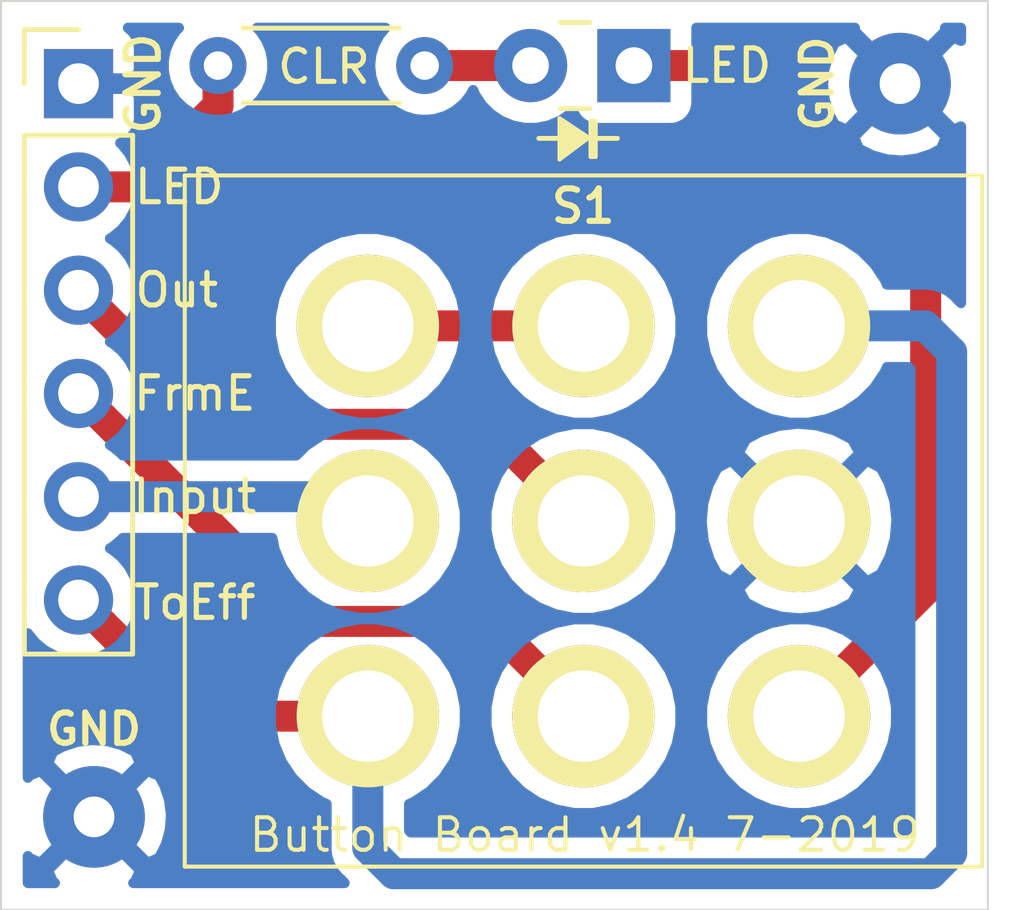
<source format=kicad_pcb>
(kicad_pcb (version 20171130) (host pcbnew "(5.1.2-1)-1")

  (general
    (thickness 1.6)
    (drawings 13)
    (tracks 36)
    (zones 0)
    (modules 6)
    (nets 10)
  )

  (page A4)
  (layers
    (0 F.Cu signal)
    (31 B.Cu signal)
    (32 B.Adhes user)
    (33 F.Adhes user)
    (34 B.Paste user)
    (35 F.Paste user)
    (36 B.SilkS user)
    (37 F.SilkS user)
    (38 B.Mask user)
    (39 F.Mask user)
    (40 Dwgs.User user hide)
    (41 Cmts.User user)
    (42 Eco1.User user hide)
    (43 Eco2.User user hide)
    (44 Edge.Cuts user)
    (45 Margin user)
    (46 B.CrtYd user hide)
    (47 F.CrtYd user hide)
    (48 B.Fab user hide)
    (49 F.Fab user hide)
  )

  (setup
    (last_trace_width 0.762)
    (user_trace_width 0.508)
    (user_trace_width 0.762)
    (trace_clearance 0.2)
    (zone_clearance 0.508)
    (zone_45_only no)
    (trace_min 0.2)
    (via_size 0.8)
    (via_drill 0.4)
    (via_min_size 0.4)
    (via_min_drill 0.3)
    (uvia_size 0.3)
    (uvia_drill 0.1)
    (uvias_allowed no)
    (uvia_min_size 0.2)
    (uvia_min_drill 0.1)
    (edge_width 0.05)
    (segment_width 0.2)
    (pcb_text_width 0.3)
    (pcb_text_size 1.5 1.5)
    (mod_edge_width 0.12)
    (mod_text_size 1 1)
    (mod_text_width 0.15)
    (pad_size 3.5 3.5)
    (pad_drill 2.25)
    (pad_to_mask_clearance 0.051)
    (solder_mask_min_width 0.25)
    (aux_axis_origin 0 0)
    (visible_elements FFFFFF7F)
    (pcbplotparams
      (layerselection 0x010f0_ffffffff)
      (usegerberextensions false)
      (usegerberattributes false)
      (usegerberadvancedattributes false)
      (creategerberjobfile false)
      (excludeedgelayer true)
      (linewidth 0.100000)
      (plotframeref false)
      (viasonmask false)
      (mode 1)
      (useauxorigin false)
      (hpglpennumber 1)
      (hpglpenspeed 20)
      (hpglpendiameter 15.000000)
      (psnegative false)
      (psa4output false)
      (plotreference true)
      (plotvalue true)
      (plotinvisibletext false)
      (padsonsilk false)
      (subtractmaskfromsilk false)
      (outputformat 1)
      (mirror false)
      (drillshape 0)
      (scaleselection 1)
      (outputdirectory "gerbers/"))
  )

  (net 0 "")
  (net 1 "Net-(D1-Pad2)")
  (net 2 "Net-(D1-Pad1)")
  (net 3 ToEffect)
  (net 4 Input)
  (net 5 FromEffect)
  (net 6 "Net-(J1-Pad2)")
  (net 7 GND)
  (net 8 Output)
  (net 9 "Net-(S1-Pad6)")

  (net_class Default "This is the default net class."
    (clearance 0.2)
    (trace_width 0.25)
    (via_dia 0.8)
    (via_drill 0.4)
    (uvia_dia 0.3)
    (uvia_drill 0.1)
    (add_net FromEffect)
    (add_net GND)
    (add_net Input)
    (add_net "Net-(D1-Pad1)")
    (add_net "Net-(D1-Pad2)")
    (add_net "Net-(J1-Pad2)")
    (add_net "Net-(S1-Pad6)")
    (add_net Output)
    (add_net ToEffect)
  )

  (module Connector_PinHeader_2.54mm:PinHeader_1x06_P2.54mm_Vertical (layer F.Cu) (tedit 59FED5CC) (tstamp 5CDE4AE9)
    (at 75.311 49.276)
    (descr "Through hole straight pin header, 1x06, 2.54mm pitch, single row")
    (tags "Through hole pin header THT 1x06 2.54mm single row")
    (path /5CDE179D)
    (fp_text reference J1 (at 0 -2.33) (layer F.SilkS) hide
      (effects (font (size 1 1) (thickness 0.15)))
    )
    (fp_text value GND (at 1.5875 0 90) (layer F.SilkS)
      (effects (font (size 0.8 0.8) (thickness 0.15)))
    )
    (fp_text user %R (at 0 6.35 90) (layer F.Fab) hide
      (effects (font (size 1 1) (thickness 0.15)))
    )
    (fp_line (start 1.8 -1.8) (end -1.8 -1.8) (layer F.CrtYd) (width 0.05))
    (fp_line (start 1.8 14.5) (end 1.8 -1.8) (layer F.CrtYd) (width 0.05))
    (fp_line (start -1.8 14.5) (end 1.8 14.5) (layer F.CrtYd) (width 0.05))
    (fp_line (start -1.8 -1.8) (end -1.8 14.5) (layer F.CrtYd) (width 0.05))
    (fp_line (start -1.33 -1.33) (end 0 -1.33) (layer F.SilkS) (width 0.12))
    (fp_line (start -1.33 0) (end -1.33 -1.33) (layer F.SilkS) (width 0.12))
    (fp_line (start -1.33 1.27) (end 1.33 1.27) (layer F.SilkS) (width 0.12))
    (fp_line (start 1.33 1.27) (end 1.33 14.03) (layer F.SilkS) (width 0.12))
    (fp_line (start -1.33 1.27) (end -1.33 14.03) (layer F.SilkS) (width 0.12))
    (fp_line (start -1.33 14.03) (end 1.33 14.03) (layer F.SilkS) (width 0.12))
    (fp_line (start -1.27 -0.635) (end -0.635 -1.27) (layer F.Fab) (width 0.1))
    (fp_line (start -1.27 13.97) (end -1.27 -0.635) (layer F.Fab) (width 0.1))
    (fp_line (start 1.27 13.97) (end -1.27 13.97) (layer F.Fab) (width 0.1))
    (fp_line (start 1.27 -1.27) (end 1.27 13.97) (layer F.Fab) (width 0.1))
    (fp_line (start -0.635 -1.27) (end 1.27 -1.27) (layer F.Fab) (width 0.1))
    (pad 6 thru_hole oval (at 0 12.7) (size 1.7 1.7) (drill 1) (layers *.Cu *.Mask)
      (net 3 ToEffect))
    (pad 5 thru_hole oval (at 0 10.16) (size 1.7 1.7) (drill 1) (layers *.Cu *.Mask)
      (net 4 Input))
    (pad 4 thru_hole oval (at 0 7.62) (size 1.7 1.7) (drill 1) (layers *.Cu *.Mask)
      (net 5 FromEffect))
    (pad 3 thru_hole oval (at 0 5.08) (size 1.7 1.7) (drill 1) (layers *.Cu *.Mask)
      (net 8 Output))
    (pad 2 thru_hole oval (at 0 2.54) (size 1.7 1.7) (drill 1) (layers *.Cu *.Mask)
      (net 6 "Net-(J1-Pad2)"))
    (pad 1 thru_hole rect (at 0 0) (size 1.7 1.7) (drill 1) (layers *.Cu *.Mask)
      (net 7 GND))
    (model ${KISYS3DMOD}/Connector_PinHeader_2.54mm.3dshapes/PinHeader_1x06_P2.54mm_Vertical.wrl
      (at (xyz 0 0 0))
      (scale (xyz 1 1 1))
      (rotate (xyz 0 0 0))
    )
  )

  (module Wire_Pads:SolderWirePad_single_1mmDrill (layer F.Cu) (tedit 0) (tstamp 5CF58ECC)
    (at 75.692 67.31)
    (path /5CF5505F)
    (fp_text reference GND (at 0 -2.159) (layer F.SilkS)
      (effects (font (size 0.75 0.75) (thickness 0.15)))
    )
    (fp_text value MountingHole_Pad (at -1.905 3.175) (layer F.Fab) hide
      (effects (font (size 1 1) (thickness 0.15)))
    )
    (pad 1 thru_hole circle (at 0 0) (size 2.49936 2.49936) (drill 1.00076) (layers *.Cu *.Mask)
      (net 7 GND))
  )

  (module Wire_Pads:SolderWirePad_single_1mmDrill (layer F.Cu) (tedit 0) (tstamp 5CF58EC9)
    (at 95.504 49.276)
    (path /5CF555B7)
    (fp_text reference GND (at -2.032 0 90) (layer F.SilkS)
      (effects (font (size 0.75 0.75) (thickness 0.15)))
    )
    (fp_text value MountingHole_Pad (at -1.905 3.175) (layer F.Fab) hide
      (effects (font (size 1 1) (thickness 0.15)))
    )
    (pad 1 thru_hole circle (at 0 0) (size 2.49936 2.49936) (drill 1.00076) (layers *.Cu *.Mask)
      (net 7 GND))
  )

  (module Footswitch:Footswitch_3PDT (layer F.Cu) (tedit 5D266253) (tstamp 5D041BBE)
    (at 87.723 60.0335)
    (path /5CDDE643)
    (fp_text reference S1 (at -0.0065 -7.7445) (layer F.SilkS)
      (effects (font (size 0.8 0.8) (thickness 0.15)))
    )
    (fp_text value SF17020F-0302-21R-L-015 (at 0 -12.192) (layer F.Fab) hide
      (effects (font (size 1 1) (thickness 0.15)))
    )
    (fp_line (start -9.8 -8.5) (end 9.8 -8.5) (layer Dwgs.User) (width 0.2))
    (fp_line (start 9.8 -8.5) (end 9.8 8.5) (layer Dwgs.User) (width 0.2))
    (fp_line (start 9.8 8.5) (end -9.8 8.5) (layer Dwgs.User) (width 0.2))
    (fp_line (start -9.8 8.5) (end -9.8 -8.5) (layer Dwgs.User) (width 0.2))
    (fp_line (start -9.8 -8.5) (end 9.8 -8.5) (layer F.SilkS) (width 0.1))
    (fp_line (start 9.8 -8.5) (end 9.8 8.5) (layer F.SilkS) (width 0.1))
    (fp_line (start 9.8 8.5) (end -9.8 8.5) (layer F.SilkS) (width 0.1))
    (fp_line (start -9.8 8.5) (end -9.8 -8.5) (layer F.SilkS) (width 0.1))
    (fp_line (start -10.8 -9.5) (end 10.8 -9.5) (layer Dwgs.User) (width 0.1))
    (fp_line (start 10.8 -9.5) (end 10.8 9.5) (layer Dwgs.User) (width 0.1))
    (fp_line (start 10.8 9.5) (end -10.8 9.5) (layer Dwgs.User) (width 0.1))
    (fp_line (start -10.8 9.5) (end -10.8 -9.5) (layer Dwgs.User) (width 0.1))
    (fp_text user S1 (at 0 10.668) (layer F.SilkS) hide
      (effects (font (size 1.27 1.27) (thickness 0.254)))
    )
    (fp_text user SF17020F-0302-21R-L-015 (at 0 -10.668) (layer F.SilkS) hide
      (effects (font (size 1.27 1.27) (thickness 0.254)))
    )
    (pad 9 thru_hole circle (at -5.3 -4.8 90) (size 3.5 3.5) (drill 2.25) (layers *.Cu *.Mask F.SilkS)
      (net 9 "Net-(S1-Pad6)"))
    (pad 8 thru_hole circle (at -5.3 0 90) (size 3.5 3.5) (drill 2.25) (layers *.Cu *.Mask F.SilkS)
      (net 4 Input))
    (pad 7 thru_hole circle (at -5.3 4.8 90) (size 3.5 3.5) (drill 2.25) (layers *.Cu *.Mask F.SilkS)
      (net 3 ToEffect))
    (pad 6 thru_hole circle (at 0 -4.8 90) (size 3.5 3.5) (drill 2.25) (layers *.Cu *.Mask F.SilkS)
      (net 9 "Net-(S1-Pad6)"))
    (pad 5 thru_hole circle (at 0 0 90) (size 3.5 3.5) (drill 2.25) (layers *.Cu *.Mask F.SilkS)
      (net 8 Output))
    (pad 4 thru_hole circle (at 0 4.8 90) (size 3.5 3.5) (drill 2.25) (layers *.Cu *.Mask F.SilkS)
      (net 5 FromEffect))
    (pad 3 thru_hole circle (at 5.3 -4.8 90) (size 3.5 3.5) (drill 2.25) (layers *.Cu *.Mask F.SilkS)
      (net 3 ToEffect))
    (pad 2 thru_hole circle (at 5.3 0 90) (size 3.5 3.5) (drill 2.25) (layers *.Cu *.Mask F.SilkS)
      (net 7 GND))
    (pad 1 thru_hole circle (at 5.3 4.8 90) (size 3.5 3.5) (drill 2.25) (layers *.Cu *.Mask F.SilkS)
      (net 2 "Net-(D1-Pad1)"))
  )

  (module LEDs:LED_Rectangular_W3.0mm_H2.0mm (layer F.Cu) (tedit 587A3A7B) (tstamp 5D1AB0AE)
    (at 88.9635 48.8315 180)
    (descr "LED_Rectangular, Rectangular,  Rectangular size 3.0x2.0mm^2, 2 pins, http://www.kingbright.com/attachments/file/psearch/000/00/00/L-169XCGDK(Ver.9B).pdf")
    (tags "LED_Rectangular Rectangular  Rectangular size 3.0x2.0mm^2 2 pins")
    (path /5CDE024C)
    (fp_text reference D1 (at 1.27 -2.06) (layer F.SilkS) hide
      (effects (font (size 1 1) (thickness 0.15)))
    )
    (fp_text value LED (at -2.286 0) (layer F.SilkS)
      (effects (font (size 0.8 0.8) (thickness 0.127)))
    )
    (fp_line (start 3.7 -1.35) (end -1.15 -1.35) (layer F.CrtYd) (width 0.05))
    (fp_line (start 3.7 1.35) (end 3.7 -1.35) (layer F.CrtYd) (width 0.05))
    (fp_line (start -1.15 1.35) (end 3.7 1.35) (layer F.CrtYd) (width 0.05))
    (fp_line (start -1.15 -1.35) (end -1.15 1.35) (layer F.CrtYd) (width 0.05))
    (fp_line (start 1.08 1.06) (end 1.811 1.06) (layer F.SilkS) (width 0.12))
    (fp_line (start 1.08 -1.06) (end 1.811 -1.06) (layer F.SilkS) (width 0.12))
    (fp_line (start 2.77 -1) (end -0.23 -1) (layer F.Fab) (width 0.1))
    (fp_line (start 2.77 1) (end 2.77 -1) (layer F.Fab) (width 0.1))
    (fp_line (start -0.23 1) (end 2.77 1) (layer F.Fab) (width 0.1))
    (fp_line (start -0.23 -1) (end -0.23 1) (layer F.Fab) (width 0.1))
    (pad 1 thru_hole rect (at 0 0 180) (size 1.8 1.8) (drill 0.9) (layers *.Cu *.Mask)
      (net 2 "Net-(D1-Pad1)"))
    (pad 2 thru_hole circle (at 2.54 0 180) (size 1.8 1.8) (drill 0.9) (layers *.Cu *.Mask)
      (net 1 "Net-(D1-Pad2)"))
    (model ${KISYS3DMOD}/LEDs.3dshapes/LED_Rectangular_W3.0mm_H2.0mm.wrl
      (at (xyz 0 0 0))
      (scale (xyz 0.393701 0.393701 0.393701))
      (rotate (xyz 0 0 0))
    )
  )

  (module Resistor_THT:R_Axial_DIN0204_L3.6mm_D1.6mm_P5.08mm_Horizontal (layer F.Cu) (tedit 5AE5139B) (tstamp 5CDE43F0)
    (at 78.74 48.8315)
    (descr "Resistor, Axial_DIN0204 series, Axial, Horizontal, pin pitch=5.08mm, 0.167W, length*diameter=3.6*1.6mm^2, http://cdn-reichelt.de/documents/datenblatt/B400/1_4W%23YAG.pdf")
    (tags "Resistor Axial_DIN0204 series Axial Horizontal pin pitch 5.08mm 0.167W length 3.6mm diameter 1.6mm")
    (path /5CDE095C)
    (fp_text reference CLR (at 2.6035 0.0254) (layer F.SilkS)
      (effects (font (size 0.8 0.8) (thickness 0.125)))
    )
    (fp_text value 1k (at 2.54 0) (layer F.SilkS) hide
      (effects (font (size 1 1) (thickness 0.15)))
    )
    (fp_line (start 0.74 -0.8) (end 0.74 0.8) (layer F.Fab) (width 0.1))
    (fp_line (start 0.74 0.8) (end 4.34 0.8) (layer F.Fab) (width 0.1))
    (fp_line (start 4.34 0.8) (end 4.34 -0.8) (layer F.Fab) (width 0.1))
    (fp_line (start 4.34 -0.8) (end 0.74 -0.8) (layer F.Fab) (width 0.1))
    (fp_line (start 0 0) (end 0.74 0) (layer F.Fab) (width 0.1))
    (fp_line (start 5.08 0) (end 4.34 0) (layer F.Fab) (width 0.1))
    (fp_line (start 0.62 -0.92) (end 4.46 -0.92) (layer F.SilkS) (width 0.12))
    (fp_line (start 0.62 0.92) (end 4.46 0.92) (layer F.SilkS) (width 0.12))
    (fp_line (start -0.95 -1.05) (end -0.95 1.05) (layer F.CrtYd) (width 0.05))
    (fp_line (start -0.95 1.05) (end 6.03 1.05) (layer F.CrtYd) (width 0.05))
    (fp_line (start 6.03 1.05) (end 6.03 -1.05) (layer F.CrtYd) (width 0.05))
    (fp_line (start 6.03 -1.05) (end -0.95 -1.05) (layer F.CrtYd) (width 0.05))
    (fp_text user %R (at 2.54 0) (layer F.Fab) hide
      (effects (font (size 0.72 0.72) (thickness 0.108)))
    )
    (pad 2 thru_hole oval (at 5.08 0) (size 1.4 1.4) (drill 0.7) (layers *.Cu *.Mask)
      (net 1 "Net-(D1-Pad2)"))
    (pad 1 thru_hole circle (at 0 0) (size 1.4 1.4) (drill 0.7) (layers *.Cu *.Mask)
      (net 6 "Net-(J1-Pad2)"))
    (model ${KISYS3DMOD}/Resistor_THT.3dshapes/R_Axial_DIN0204_L3.6mm_D1.6mm_P5.08mm_Horizontal.wrl
      (at (xyz 0 0 0))
      (scale (xyz 1 1 1))
      (rotate (xyz 0 0 0))
    )
  )

  (gr_text "Button Board v1.4 7-2019" (at 87.757 67.7545) (layer F.SilkS)
    (effects (font (size 0.8 0.8) (thickness 0.1)))
  )
  (gr_line (start 87.1347 50.6222) (end 86.6267 50.6222) (layer F.SilkS) (width 0.12) (tstamp 5CDF0F5A))
  (gr_line (start 88.5571 50.6222) (end 88.0491 50.6222) (layer F.SilkS) (width 0.12) (tstamp 5D1AB024))
  (gr_poly (pts (xy 88.0237 51.0794) (xy 88.0237 50.1904) (xy 87.8967 50.1904) (xy 87.8967 50.6349) (xy 87.1347 50.1269) (xy 87.1347 51.1429) (xy 87.8967 50.5714) (xy 87.8967 51.0794)) (layer F.SilkS) (width 0.1) (tstamp 5D1AB021))
  (gr_text LED (at 77.7875 51.816) (layer F.SilkS) (tstamp 5CDE5176)
    (effects (font (size 0.8 0.8) (thickness 0.127)))
  )
  (gr_text ToEff (at 78.1685 62.0395) (layer F.SilkS) (tstamp 5CDE50B7)
    (effects (font (size 0.8 0.8) (thickness 0.127)))
  )
  (gr_text Input (at 78.1685 59.436) (layer F.SilkS) (tstamp 5CDE509C)
    (effects (font (size 0.8 0.8) (thickness 0.127)))
  )
  (gr_text FrmE (at 78.1685 56.896) (layer F.SilkS) (tstamp 5CDE509A)
    (effects (font (size 0.8 0.8) (thickness 0.127)))
  )
  (gr_text Out (at 77.724 54.356) (layer F.SilkS)
    (effects (font (size 0.8 0.8) (thickness 0.127)))
  )
  (gr_line (start 73.406 47.244) (end 97.663 47.244) (layer Edge.Cuts) (width 0.05) (tstamp 5CDE463C))
  (gr_line (start 73.406 69.596) (end 73.406 47.244) (layer Edge.Cuts) (width 0.05))
  (gr_line (start 97.663 69.596) (end 73.406 69.596) (layer Edge.Cuts) (width 0.05))
  (gr_line (start 97.663 47.244) (end 97.663 69.596) (layer Edge.Cuts) (width 0.05))

  (segment (start 83.4644 48.895) (end 83.439 48.8696) (width 0.508) (layer F.Cu) (net 1))
  (segment (start 86.4362 48.8696) (end 86.4616 48.895) (width 0.508) (layer F.Cu) (net 1))
  (segment (start 83.82 48.8315) (end 86.4235 48.8315) (width 0.762) (layer F.Cu) (net 1))
  (segment (start 96.1345 61.722) (end 96.139 61.722) (width 0.762) (layer F.Cu) (net 2))
  (segment (start 93.023 64.8335) (end 96.1345 61.722) (width 0.762) (layer F.Cu) (net 2))
  (segment (start 96.1345 61.722) (end 96.1345 53.7165) (width 0.762) (layer F.Cu) (net 2))
  (segment (start 96.1345 53.7165) (end 91.6305 49.2125) (width 0.762) (layer F.Cu) (net 2))
  (segment (start 91.2495 48.8315) (end 88.9635 48.8315) (width 0.762) (layer F.Cu) (net 2))
  (segment (start 91.6305 49.2125) (end 91.2495 48.8315) (width 0.762) (layer F.Cu) (net 2))
  (segment (start 96.1275 55.2335) (end 93.023 55.2335) (width 0.762) (layer B.Cu) (net 3))
  (segment (start 96.774 55.88) (end 96.1275 55.2335) (width 0.762) (layer B.Cu) (net 3))
  (segment (start 96.774 68.199) (end 96.774 55.88) (width 0.762) (layer B.Cu) (net 3))
  (segment (start 96.266 68.707) (end 96.774 68.199) (width 0.762) (layer B.Cu) (net 3))
  (segment (start 83.058 68.707) (end 96.266 68.707) (width 0.762) (layer B.Cu) (net 3))
  (segment (start 82.423 68.072) (end 83.058 68.707) (width 0.762) (layer B.Cu) (net 3))
  (segment (start 82.423 64.8335) (end 82.423 68.072) (width 0.762) (layer B.Cu) (net 3))
  (segment (start 78.1685 64.8335) (end 75.311 61.976) (width 0.762) (layer F.Cu) (net 3))
  (segment (start 82.423 64.8335) (end 78.1685 64.8335) (width 0.762) (layer F.Cu) (net 3))
  (segment (start 81.8255 59.436) (end 82.423 60.0335) (width 0.762) (layer B.Cu) (net 4))
  (segment (start 75.311 59.436) (end 81.8255 59.436) (width 0.762) (layer B.Cu) (net 4))
  (segment (start 85.973001 63.083501) (end 87.723 64.8335) (width 0.762) (layer F.Cu) (net 5))
  (segment (start 85.391999 62.502499) (end 85.973001 63.083501) (width 0.762) (layer F.Cu) (net 5))
  (segment (start 80.917499 62.502499) (end 85.391999 62.502499) (width 0.762) (layer F.Cu) (net 5))
  (segment (start 75.311 56.896) (end 80.917499 62.502499) (width 0.762) (layer F.Cu) (net 5))
  (segment (start 75.184 51.276) (end 75.5462 51.276) (width 0.508) (layer F.Cu) (net 6))
  (segment (start 76.745449 51.816) (end 78.74 49.821449) (width 0.762) (layer F.Cu) (net 6))
  (segment (start 75.311 51.816) (end 76.745449 51.816) (width 0.762) (layer F.Cu) (net 6))
  (segment (start 78.74 48.8315) (end 78.74 49.821449) (width 0.762) (layer F.Cu) (net 6))
  (segment (start 93 60.005) (end 93.965 59.04) (width 0.508) (layer F.Cu) (net 7))
  (segment (start 85.3485 57.6535) (end 79.5615 57.6535) (width 0.508) (layer F.Cu) (net 8))
  (segment (start 85.3485 57.6535) (end 87.7 60.005) (width 0.508) (layer F.Cu) (net 8))
  (segment (start 78.6085 57.6535) (end 79.5615 57.6535) (width 0.762) (layer F.Cu) (net 8))
  (segment (start 75.311 54.356) (end 78.6085 57.6535) (width 0.762) (layer F.Cu) (net 8))
  (segment (start 85.343 57.6535) (end 87.723 60.0335) (width 0.762) (layer F.Cu) (net 8))
  (segment (start 79.5615 57.6535) (end 85.343 57.6535) (width 0.762) (layer F.Cu) (net 8))
  (segment (start 82.423 55.2335) (end 87.723 55.2335) (width 0.762) (layer F.Cu) (net 9))

  (zone (net 7) (net_name GND) (layer B.Cu) (tstamp 5D26C1F0) (hatch edge 0.508)
    (connect_pads (clearance 0.508))
    (min_thickness 0.254)
    (fill yes (arc_segments 32) (thermal_gap 0.508) (thermal_bridge_width 0.508))
    (polygon
      (pts
        (xy 73.406 47.244) (xy 97.536 47.371) (xy 97.536 69.596) (xy 73.406 69.596)
      )
    )
    (filled_polygon
      (pts
        (xy 77.703038 47.980487) (xy 77.556939 48.199141) (xy 77.456304 48.442095) (xy 77.405 48.700014) (xy 77.405 48.962986)
        (xy 77.456304 49.220905) (xy 77.556939 49.463859) (xy 77.703038 49.682513) (xy 77.888987 49.868462) (xy 78.107641 50.014561)
        (xy 78.350595 50.115196) (xy 78.608514 50.1665) (xy 78.871486 50.1665) (xy 79.129405 50.115196) (xy 79.372359 50.014561)
        (xy 79.591013 49.868462) (xy 79.776962 49.682513) (xy 79.923061 49.463859) (xy 80.023696 49.220905) (xy 80.075 48.962986)
        (xy 80.075 48.700014) (xy 80.023696 48.442095) (xy 79.923061 48.199141) (xy 79.776962 47.980487) (xy 79.700475 47.904)
        (xy 82.854166 47.904) (xy 82.704618 48.086225) (xy 82.580653 48.318146) (xy 82.504317 48.569794) (xy 82.478541 48.8315)
        (xy 82.504317 49.093206) (xy 82.580653 49.344854) (xy 82.704618 49.576775) (xy 82.871445 49.780055) (xy 83.074725 49.946882)
        (xy 83.306646 50.070847) (xy 83.558294 50.147183) (xy 83.754421 50.1665) (xy 83.885579 50.1665) (xy 84.081706 50.147183)
        (xy 84.333354 50.070847) (xy 84.565275 49.946882) (xy 84.768555 49.780055) (xy 84.935382 49.576775) (xy 85.011638 49.434111)
        (xy 85.063201 49.558595) (xy 85.231188 49.810005) (xy 85.444995 50.023812) (xy 85.696405 50.191799) (xy 85.975757 50.307511)
        (xy 86.272316 50.3665) (xy 86.574684 50.3665) (xy 86.871243 50.307511) (xy 87.150595 50.191799) (xy 87.402005 50.023812)
        (xy 87.468444 49.957373) (xy 87.473998 49.97568) (xy 87.532963 50.085994) (xy 87.612315 50.182685) (xy 87.709006 50.262037)
        (xy 87.81932 50.321002) (xy 87.939018 50.357312) (xy 88.0635 50.369572) (xy 89.8635 50.369572) (xy 89.987982 50.357312)
        (xy 90.10768 50.321002) (xy 90.217994 50.262037) (xy 90.314685 50.182685) (xy 90.394037 50.085994) (xy 90.453002 49.97568)
        (xy 90.489312 49.855982) (xy 90.501572 49.7315) (xy 90.501572 49.328719) (xy 93.610935 49.328719) (xy 93.657595 49.697025)
        (xy 93.775211 50.049151) (xy 93.900685 50.283896) (xy 94.190623 50.409771) (xy 95.324395 49.276) (xy 94.190623 48.142229)
        (xy 93.900685 48.268104) (xy 93.734861 48.600262) (xy 93.637025 48.958387) (xy 93.610935 49.328719) (xy 90.501572 49.328719)
        (xy 90.501572 47.9315) (xy 90.498864 47.904) (xy 94.39568 47.904) (xy 94.370229 47.962623) (xy 95.504 49.096395)
        (xy 96.637771 47.962623) (xy 96.61232 47.904) (xy 97.003 47.904) (xy 97.003 48.222816) (xy 96.817377 48.142229)
        (xy 95.683605 49.276) (xy 96.817377 50.409771) (xy 97.003 50.329184) (xy 97.003 54.67216) (xy 96.881213 54.550373)
        (xy 96.849396 54.511604) (xy 96.69469 54.38464) (xy 96.518187 54.290298) (xy 96.326671 54.232202) (xy 96.177402 54.2175)
        (xy 96.1275 54.212585) (xy 96.077598 54.2175) (xy 95.183665 54.2175) (xy 95.13656 54.103779) (xy 94.87555 53.713151)
        (xy 94.543349 53.38095) (xy 94.152721 53.11994) (xy 93.718679 52.940154) (xy 93.257902 52.8485) (xy 92.788098 52.8485)
        (xy 92.327321 52.940154) (xy 91.893279 53.11994) (xy 91.502651 53.38095) (xy 91.17045 53.713151) (xy 90.90944 54.103779)
        (xy 90.729654 54.537821) (xy 90.638 54.998598) (xy 90.638 55.468402) (xy 90.729654 55.929179) (xy 90.90944 56.363221)
        (xy 91.17045 56.753849) (xy 91.502651 57.08605) (xy 91.893279 57.34706) (xy 92.327321 57.526846) (xy 92.788098 57.6185)
        (xy 93.257902 57.6185) (xy 93.718679 57.526846) (xy 94.152721 57.34706) (xy 94.543349 57.08605) (xy 94.87555 56.753849)
        (xy 95.13656 56.363221) (xy 95.183665 56.2495) (xy 95.70666 56.2495) (xy 95.758001 56.300841) (xy 95.758 67.691)
        (xy 83.47884 67.691) (xy 83.439 67.65116) (xy 83.439 66.994165) (xy 83.552721 66.94706) (xy 83.943349 66.68605)
        (xy 84.27555 66.353849) (xy 84.53656 65.963221) (xy 84.716346 65.529179) (xy 84.808 65.068402) (xy 84.808 64.598598)
        (xy 85.338 64.598598) (xy 85.338 65.068402) (xy 85.429654 65.529179) (xy 85.60944 65.963221) (xy 85.87045 66.353849)
        (xy 86.202651 66.68605) (xy 86.593279 66.94706) (xy 87.027321 67.126846) (xy 87.488098 67.2185) (xy 87.957902 67.2185)
        (xy 88.418679 67.126846) (xy 88.852721 66.94706) (xy 89.243349 66.68605) (xy 89.57555 66.353849) (xy 89.83656 65.963221)
        (xy 90.016346 65.529179) (xy 90.108 65.068402) (xy 90.108 64.598598) (xy 90.638 64.598598) (xy 90.638 65.068402)
        (xy 90.729654 65.529179) (xy 90.90944 65.963221) (xy 91.17045 66.353849) (xy 91.502651 66.68605) (xy 91.893279 66.94706)
        (xy 92.327321 67.126846) (xy 92.788098 67.2185) (xy 93.257902 67.2185) (xy 93.718679 67.126846) (xy 94.152721 66.94706)
        (xy 94.543349 66.68605) (xy 94.87555 66.353849) (xy 95.13656 65.963221) (xy 95.316346 65.529179) (xy 95.408 65.068402)
        (xy 95.408 64.598598) (xy 95.316346 64.137821) (xy 95.13656 63.703779) (xy 94.87555 63.313151) (xy 94.543349 62.98095)
        (xy 94.152721 62.71994) (xy 93.718679 62.540154) (xy 93.257902 62.4485) (xy 92.788098 62.4485) (xy 92.327321 62.540154)
        (xy 91.893279 62.71994) (xy 91.502651 62.98095) (xy 91.17045 63.313151) (xy 90.90944 63.703779) (xy 90.729654 64.137821)
        (xy 90.638 64.598598) (xy 90.108 64.598598) (xy 90.016346 64.137821) (xy 89.83656 63.703779) (xy 89.57555 63.313151)
        (xy 89.243349 62.98095) (xy 88.852721 62.71994) (xy 88.418679 62.540154) (xy 87.957902 62.4485) (xy 87.488098 62.4485)
        (xy 87.027321 62.540154) (xy 86.593279 62.71994) (xy 86.202651 62.98095) (xy 85.87045 63.313151) (xy 85.60944 63.703779)
        (xy 85.429654 64.137821) (xy 85.338 64.598598) (xy 84.808 64.598598) (xy 84.716346 64.137821) (xy 84.53656 63.703779)
        (xy 84.27555 63.313151) (xy 83.943349 62.98095) (xy 83.552721 62.71994) (xy 83.118679 62.540154) (xy 82.657902 62.4485)
        (xy 82.188098 62.4485) (xy 81.727321 62.540154) (xy 81.293279 62.71994) (xy 80.902651 62.98095) (xy 80.57045 63.313151)
        (xy 80.30944 63.703779) (xy 80.129654 64.137821) (xy 80.038 64.598598) (xy 80.038 65.068402) (xy 80.129654 65.529179)
        (xy 80.30944 65.963221) (xy 80.57045 66.353849) (xy 80.902651 66.68605) (xy 81.293279 66.94706) (xy 81.407001 66.994165)
        (xy 81.407001 68.022089) (xy 81.402085 68.072) (xy 81.421702 68.27117) (xy 81.474061 68.443771) (xy 81.479799 68.462687)
        (xy 81.574141 68.63919) (xy 81.701105 68.793896) (xy 81.739868 68.825708) (xy 81.85016 68.936) (xy 76.657455 68.936)
        (xy 76.699896 68.913315) (xy 76.825771 68.623377) (xy 75.692 67.489605) (xy 74.558229 68.623377) (xy 74.684104 68.913315)
        (xy 74.729544 68.936) (xy 74.066 68.936) (xy 74.066 68.275455) (xy 74.088685 68.317896) (xy 74.378623 68.443771)
        (xy 75.512395 67.31) (xy 75.871605 67.31) (xy 77.005377 68.443771) (xy 77.295315 68.317896) (xy 77.461139 67.985738)
        (xy 77.558975 67.627613) (xy 77.585065 67.257281) (xy 77.538405 66.888975) (xy 77.420789 66.536849) (xy 77.295315 66.302104)
        (xy 77.005377 66.176229) (xy 75.871605 67.31) (xy 75.512395 67.31) (xy 74.378623 66.176229) (xy 74.088685 66.302104)
        (xy 74.066 66.347544) (xy 74.066 65.996623) (xy 74.558229 65.996623) (xy 75.692 67.130395) (xy 76.825771 65.996623)
        (xy 76.699896 65.706685) (xy 76.367738 65.540861) (xy 76.009613 65.443025) (xy 75.639281 65.416935) (xy 75.270975 65.463595)
        (xy 74.918849 65.581211) (xy 74.684104 65.706685) (xy 74.558229 65.996623) (xy 74.066 65.996623) (xy 74.066 62.79698)
        (xy 74.070294 62.805014) (xy 74.255866 63.031134) (xy 74.481986 63.216706) (xy 74.739966 63.354599) (xy 75.019889 63.439513)
        (xy 75.23805 63.461) (xy 75.38395 63.461) (xy 75.602111 63.439513) (xy 75.882034 63.354599) (xy 76.140014 63.216706)
        (xy 76.366134 63.031134) (xy 76.551706 62.805014) (xy 76.689599 62.547034) (xy 76.774513 62.267111) (xy 76.803185 61.976)
        (xy 76.774513 61.684889) (xy 76.689599 61.404966) (xy 76.551706 61.146986) (xy 76.366134 60.920866) (xy 76.140014 60.735294)
        (xy 76.085209 60.706) (xy 76.140014 60.676706) (xy 76.366134 60.491134) (xy 76.39825 60.452) (xy 80.07452 60.452)
        (xy 80.129654 60.729179) (xy 80.30944 61.163221) (xy 80.57045 61.553849) (xy 80.902651 61.88605) (xy 81.293279 62.14706)
        (xy 81.727321 62.326846) (xy 82.188098 62.4185) (xy 82.657902 62.4185) (xy 83.118679 62.326846) (xy 83.552721 62.14706)
        (xy 83.943349 61.88605) (xy 84.27555 61.553849) (xy 84.53656 61.163221) (xy 84.716346 60.729179) (xy 84.808 60.268402)
        (xy 84.808 59.798598) (xy 85.338 59.798598) (xy 85.338 60.268402) (xy 85.429654 60.729179) (xy 85.60944 61.163221)
        (xy 85.87045 61.553849) (xy 86.202651 61.88605) (xy 86.593279 62.14706) (xy 87.027321 62.326846) (xy 87.488098 62.4185)
        (xy 87.957902 62.4185) (xy 88.418679 62.326846) (xy 88.852721 62.14706) (xy 89.243349 61.88605) (xy 89.42629 61.703109)
        (xy 91.532997 61.703109) (xy 91.719073 62.044266) (xy 92.136409 62.260013) (xy 92.587815 62.390196) (xy 93.055946 62.429813)
        (xy 93.522811 62.377342) (xy 93.970468 62.234797) (xy 94.326927 62.044266) (xy 94.513003 61.703109) (xy 93.023 60.213105)
        (xy 91.532997 61.703109) (xy 89.42629 61.703109) (xy 89.57555 61.553849) (xy 89.83656 61.163221) (xy 90.016346 60.729179)
        (xy 90.108 60.268402) (xy 90.108 60.066446) (xy 90.626687 60.066446) (xy 90.679158 60.533311) (xy 90.821703 60.980968)
        (xy 91.012234 61.337427) (xy 91.353391 61.523503) (xy 92.843395 60.0335) (xy 93.202605 60.0335) (xy 94.692609 61.523503)
        (xy 95.033766 61.337427) (xy 95.249513 60.920091) (xy 95.379696 60.468685) (xy 95.419313 60.000554) (xy 95.366842 59.533689)
        (xy 95.224297 59.086032) (xy 95.033766 58.729573) (xy 94.692609 58.543497) (xy 93.202605 60.0335) (xy 92.843395 60.0335)
        (xy 91.353391 58.543497) (xy 91.012234 58.729573) (xy 90.796487 59.146909) (xy 90.666304 59.598315) (xy 90.626687 60.066446)
        (xy 90.108 60.066446) (xy 90.108 59.798598) (xy 90.016346 59.337821) (xy 89.83656 58.903779) (xy 89.57555 58.513151)
        (xy 89.42629 58.363891) (xy 91.532997 58.363891) (xy 93.023 59.853895) (xy 94.513003 58.363891) (xy 94.326927 58.022734)
        (xy 93.909591 57.806987) (xy 93.458185 57.676804) (xy 92.990054 57.637187) (xy 92.523189 57.689658) (xy 92.075532 57.832203)
        (xy 91.719073 58.022734) (xy 91.532997 58.363891) (xy 89.42629 58.363891) (xy 89.243349 58.18095) (xy 88.852721 57.91994)
        (xy 88.418679 57.740154) (xy 87.957902 57.6485) (xy 87.488098 57.6485) (xy 87.027321 57.740154) (xy 86.593279 57.91994)
        (xy 86.202651 58.18095) (xy 85.87045 58.513151) (xy 85.60944 58.903779) (xy 85.429654 59.337821) (xy 85.338 59.798598)
        (xy 84.808 59.798598) (xy 84.716346 59.337821) (xy 84.53656 58.903779) (xy 84.27555 58.513151) (xy 83.943349 58.18095)
        (xy 83.552721 57.91994) (xy 83.118679 57.740154) (xy 82.657902 57.6485) (xy 82.188098 57.6485) (xy 81.727321 57.740154)
        (xy 81.293279 57.91994) (xy 80.902651 58.18095) (xy 80.663601 58.42) (xy 76.39825 58.42) (xy 76.366134 58.380866)
        (xy 76.140014 58.195294) (xy 76.085209 58.166) (xy 76.140014 58.136706) (xy 76.366134 57.951134) (xy 76.551706 57.725014)
        (xy 76.689599 57.467034) (xy 76.774513 57.187111) (xy 76.803185 56.896) (xy 76.774513 56.604889) (xy 76.689599 56.324966)
        (xy 76.551706 56.066986) (xy 76.366134 55.840866) (xy 76.140014 55.655294) (xy 76.085209 55.626) (xy 76.140014 55.596706)
        (xy 76.366134 55.411134) (xy 76.551706 55.185014) (xy 76.651347 54.998598) (xy 80.038 54.998598) (xy 80.038 55.468402)
        (xy 80.129654 55.929179) (xy 80.30944 56.363221) (xy 80.57045 56.753849) (xy 80.902651 57.08605) (xy 81.293279 57.34706)
        (xy 81.727321 57.526846) (xy 82.188098 57.6185) (xy 82.657902 57.6185) (xy 83.118679 57.526846) (xy 83.552721 57.34706)
        (xy 83.943349 57.08605) (xy 84.27555 56.753849) (xy 84.53656 56.363221) (xy 84.716346 55.929179) (xy 84.808 55.468402)
        (xy 84.808 54.998598) (xy 85.338 54.998598) (xy 85.338 55.468402) (xy 85.429654 55.929179) (xy 85.60944 56.363221)
        (xy 85.87045 56.753849) (xy 86.202651 57.08605) (xy 86.593279 57.34706) (xy 87.027321 57.526846) (xy 87.488098 57.6185)
        (xy 87.957902 57.6185) (xy 88.418679 57.526846) (xy 88.852721 57.34706) (xy 89.243349 57.08605) (xy 89.57555 56.753849)
        (xy 89.83656 56.363221) (xy 90.016346 55.929179) (xy 90.108 55.468402) (xy 90.108 54.998598) (xy 90.016346 54.537821)
        (xy 89.83656 54.103779) (xy 89.57555 53.713151) (xy 89.243349 53.38095) (xy 88.852721 53.11994) (xy 88.418679 52.940154)
        (xy 87.957902 52.8485) (xy 87.488098 52.8485) (xy 87.027321 52.940154) (xy 86.593279 53.11994) (xy 86.202651 53.38095)
        (xy 85.87045 53.713151) (xy 85.60944 54.103779) (xy 85.429654 54.537821) (xy 85.338 54.998598) (xy 84.808 54.998598)
        (xy 84.716346 54.537821) (xy 84.53656 54.103779) (xy 84.27555 53.713151) (xy 83.943349 53.38095) (xy 83.552721 53.11994)
        (xy 83.118679 52.940154) (xy 82.657902 52.8485) (xy 82.188098 52.8485) (xy 81.727321 52.940154) (xy 81.293279 53.11994)
        (xy 80.902651 53.38095) (xy 80.57045 53.713151) (xy 80.30944 54.103779) (xy 80.129654 54.537821) (xy 80.038 54.998598)
        (xy 76.651347 54.998598) (xy 76.689599 54.927034) (xy 76.774513 54.647111) (xy 76.803185 54.356) (xy 76.774513 54.064889)
        (xy 76.689599 53.784966) (xy 76.551706 53.526986) (xy 76.366134 53.300866) (xy 76.140014 53.115294) (xy 76.085209 53.086)
        (xy 76.140014 53.056706) (xy 76.366134 52.871134) (xy 76.551706 52.645014) (xy 76.689599 52.387034) (xy 76.774513 52.107111)
        (xy 76.803185 51.816) (xy 76.774513 51.524889) (xy 76.689599 51.244966) (xy 76.551706 50.986986) (xy 76.366134 50.760866)
        (xy 76.336313 50.736393) (xy 76.40518 50.715502) (xy 76.515494 50.656537) (xy 76.597328 50.589377) (xy 94.370229 50.589377)
        (xy 94.496104 50.879315) (xy 94.828262 51.045139) (xy 95.186387 51.142975) (xy 95.556719 51.169065) (xy 95.925025 51.122405)
        (xy 96.277151 51.004789) (xy 96.511896 50.879315) (xy 96.637771 50.589377) (xy 95.504 49.455605) (xy 94.370229 50.589377)
        (xy 76.597328 50.589377) (xy 76.612185 50.577185) (xy 76.691537 50.480494) (xy 76.750502 50.37018) (xy 76.786812 50.250482)
        (xy 76.799072 50.126) (xy 76.796 49.56175) (xy 76.63725 49.403) (xy 75.438 49.403) (xy 75.438 49.423)
        (xy 75.184 49.423) (xy 75.184 49.403) (xy 75.164 49.403) (xy 75.164 49.149) (xy 75.184 49.149)
        (xy 75.184 49.129) (xy 75.438 49.129) (xy 75.438 49.149) (xy 76.63725 49.149) (xy 76.796 48.99025)
        (xy 76.799072 48.426) (xy 76.786812 48.301518) (xy 76.750502 48.18182) (xy 76.691537 48.071506) (xy 76.612185 47.974815)
        (xy 76.525896 47.904) (xy 77.779525 47.904)
      )
    )
  )
)

</source>
